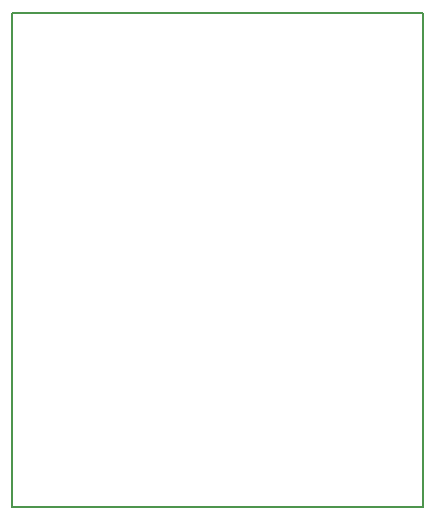
<source format=gm1>
G04 #@! TF.GenerationSoftware,KiCad,Pcbnew,8.0.7-8.0.7-0~ubuntu22.04.1*
G04 #@! TF.CreationDate,2025-01-08T14:25:56-08:00*
G04 #@! TF.ProjectId,RFBackscatterV1,52464261-636b-4736-9361-747465725631,rev?*
G04 #@! TF.SameCoordinates,Original*
G04 #@! TF.FileFunction,Profile,NP*
%FSLAX46Y46*%
G04 Gerber Fmt 4.6, Leading zero omitted, Abs format (unit mm)*
G04 Created by KiCad (PCBNEW 8.0.7-8.0.7-0~ubuntu22.04.1) date 2025-01-08 14:25:56*
%MOMM*%
%LPD*%
G01*
G04 APERTURE LIST*
G04 #@! TA.AperFunction,Profile*
%ADD10C,0.200000*%
G04 #@! TD*
G04 APERTURE END LIST*
D10*
X146400000Y-45000000D02*
X181230000Y-45000000D01*
X181230000Y-86860000D01*
X146400000Y-86860000D01*
X146400000Y-45000000D01*
M02*

</source>
